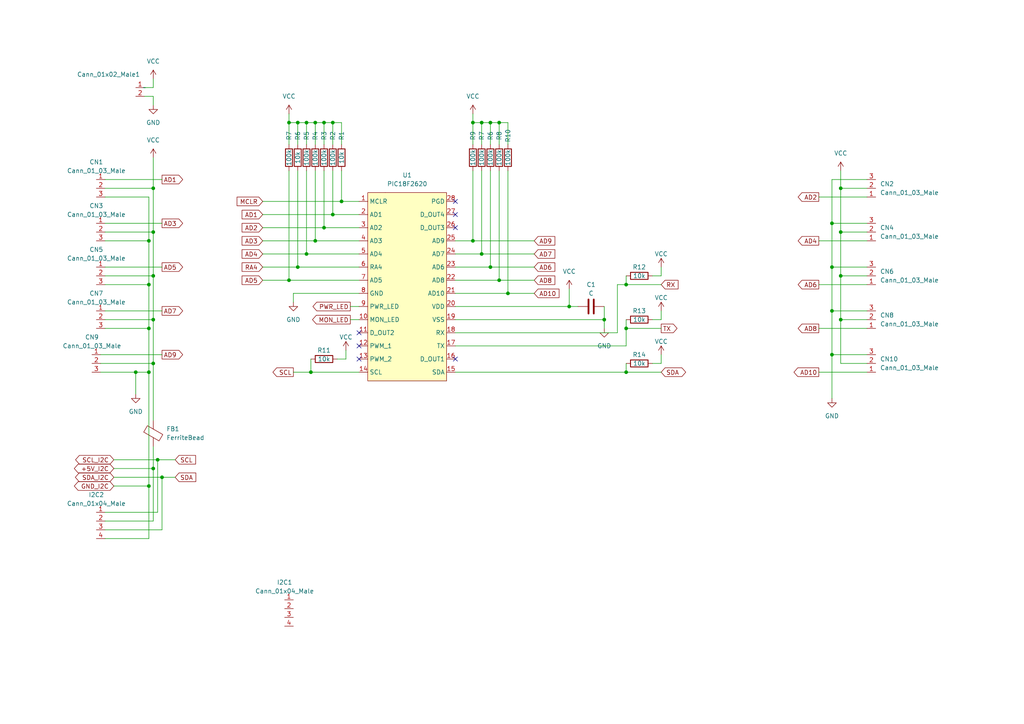
<source format=kicad_sch>
(kicad_sch (version 20230121) (generator eeschema)
  (paper "A4")
  (lib_symbols
    (symbol "Cann:Cann_01_03_Male"
      (property "Reference" "CN" (at 0 7.62 0))
      (property "Value" "Cann_01_03_Male" (at -0.0279 5.5963 0))
      (symbol "Cann_01_03_Male_1_1"
        (pin passive line (at 0 2.54 180) (length 2.54) (name "") (number "1"))
        (pin passive line (at 0 0 180) (length 2.54) (name "") (number "2"))
        (pin passive line (at 0 -2.54 180) (length 2.54) (name "") (number "3"))
      )
    )
    (symbol "Cann:Cann_01x02_Male"
      (property "Reference" "Cann_01x02_Male" (at 0 3.81 0))
      (symbol "Cann_01x02_Male_1_1"
        (pin passive line (at 0 0 180) (length 2.54) (name "") (number "1"))
        (pin passive line (at 0 -2.54 180) (length 2.54) (name "") (number "2"))
      )
    )
    (symbol "Cann:Cann_01x04_Male"
      (property "Reference" "I2C" (at 0 4.5175 0))
      (property "Value" "Cann_01x04_Male" (at -0.1457 2.7315 0))
      (symbol "Cann_01x04_Male_1_1"
        (pin passive line (at 0 0 180) (length 2.54) (name "") (number "1"))
        (pin passive line (at 0 -2.54 180) (length 2.54) (name "") (number "2"))
        (pin passive line (at 0 -5.08 180) (length 2.54) (name "") (number "3"))
        (pin passive line (at 0 -7.62 180) (length 2.54) (name "") (number "4"))
      )
    )
    (symbol "Device:C" (pin_numbers hide) (pin_names (offset 0.254))
      (property "Reference" "C" (at 0.635 2.54 0))
      (property "Value" "C" (at 0.635 -2.54 0))
      (symbol "C_0_1"
        (polyline (pts (xy -2.032 -0.762) (xy 2.032 -0.762)) (stroke (width 0.508)))
        (polyline (pts (xy -2.032 0.762) (xy 2.032 0.762)) (stroke (width 0.508)))
      )
      (symbol "C_1_1"
        (pin passive line (at 0 3.81 270) (length 2.794) (name "~") (number "1"))
        (pin passive line (at 0 -3.81 90) (length 2.794) (name "~") (number "2"))
      )
    )
    (symbol "Device:FerriteBead" (pin_numbers hide) (pin_names (offset 0))
      (property "Reference" "FB" (at -3.81 0.635 90))
      (property "Value" "FerriteBead" (at 3.81 0 90))
      (symbol "FerriteBead_0_1"
        (polyline (pts (xy 0 -1.27) (xy 0 -1.2192)))
        (polyline (pts (xy 0 1.27) (xy 0 1.2954)))
        (polyline (pts (xy -2.7686 0.4064) (xy -1.7018 2.2606) (xy 2.7686 -0.3048) (xy 1.6764 -2.159) (xy -2.7686 0.4064)))
      )
      (symbol "FerriteBead_1_1"
        (pin passive line (at 0 3.81 270) (length 2.54) (name "~") (number "1"))
        (pin passive line (at 0 -3.81 90) (length 2.54) (name "~") (number "2"))
      )
    )
    (symbol "Device:R" (pin_numbers hide) (pin_names (offset 0))
      (property "Reference" "R" (at 2.032 0 90))
      (property "Value" "R" (at 0 0 90))
      (symbol "R_0_1"
        (rectangle (start -1.016 -2.54) (end 1.016 2.54) (stroke (width 0.254)))
      )
      (symbol "R_1_1"
        (pin passive line (at 0 3.81 270) (length 1.27) (name "~") (number "1"))
        (pin passive line (at 0 -3.81 90) (length 1.27) (name "~") (number "2"))
      )
    )
    (symbol "PIC:PIC18F2620"
      (property "Reference" "U1" (at 0 30.48 0))
      (property "Value" "PIC18F2620" (at 0 27.94 0))
      (symbol "PIC18F2620_0_1"
        (rectangle (start -6.35 25.4) (end -6.35 25.4))
      )
      (symbol "PIC18F2620_1_1"
        (rectangle (start -11.43 25.4) (end 11.43 -29.21) (stroke (width 0) (color 132 0 0 1)) (fill (type background)))
        (pin passive line (at -13.97 22.86 0) (length 2.54) (name "MCLR") (number "1"))
        (pin passive line (at -13.97 -11.43 0) (length 2.54) (name "MON_LED") (number "10"))
        (pin passive line (at -13.97 -15.24 0) (length 2.54) (name "D_OUT2") (number "11"))
        (pin passive line (at -13.97 -19.05 0) (length 2.54) (name "PWM_1") (number "12"))
        (pin passive line (at -13.97 -22.86 0) (length 2.54) (name "PWM_2") (number "13"))
        (pin passive line (at -13.97 -26.67 0) (length 2.54) (name "SCL") (number "14"))
        (pin passive line (at 13.97 -26.67 180) (length 2.54) (name "SDA") (number "15"))
        (pin passive line (at 13.97 -22.86 180) (length 2.54) (name "D_OUT1") (number "16"))
        (pin passive line (at 13.97 -19.05 180) (length 2.54) (name "TX") (number "17"))
        (pin passive line (at 13.97 -15.24 180) (length 2.54) (name "RX") (number "18"))
        (pin passive line (at 13.97 -11.43 180) (length 2.54) (name "VSS") (number "19"))
        (pin passive line (at -13.97 19.05 0) (length 2.54) (name "AD1") (number "2"))
        (pin passive line (at 13.97 -7.62 180) (length 2.54) (name "VDD") (number "20"))
        (pin passive line (at 13.97 -3.81 180) (length 2.54) (name "AD10") (number "21"))
        (pin passive line (at 13.97 0 180) (length 2.54) (name "AD8") (number "22"))
        (pin passive line (at 13.97 3.81 180) (length 2.54) (name "AD6") (number "23"))
        (pin passive line (at 13.97 7.62 180) (length 2.54) (name "AD7") (number "24"))
        (pin passive line (at 13.97 11.43 180) (length 2.54) (name "AD9") (number "25"))
        (pin passive line (at 13.97 15.24 180) (length 2.54) (name "D_OUT3") (number "26"))
        (pin passive line (at 13.97 19.05 180) (length 2.54) (name "D_OUT4") (number "27"))
        (pin passive line (at 13.97 22.86 180) (length 2.54) (name "PGD") (number "28"))
        (pin passive line (at -13.97 15.24 0) (length 2.54) (name "AD2") (number "3"))
        (pin passive line (at -13.97 11.43 0) (length 2.54) (name "AD3") (number "4"))
        (pin passive line (at -13.97 7.62 0) (length 2.54) (name "AD4") (number "5"))
        (pin passive line (at -13.97 3.81 0) (length 2.54) (name "RA4") (number "6"))
        (pin passive line (at -13.97 0 0) (length 2.54) (name "AD5") (number "7"))
        (pin passive line (at -13.97 -3.81 0) (length 2.54) (name "GND") (number "8"))
        (pin passive line (at -13.97 -7.62 0) (length 2.54) (name "PWR_LED") (number "9"))
      )
    )
    (symbol "power:GND" (power) (pin_names (offset 0))
      (property "Value" "GND" (at 0 -3.81 0))
      (symbol "GND_0_1"
        (polyline (pts (xy 0 0) (xy 0 -1.27) (xy 1.27 -1.27) (xy 0 -2.54) (xy -1.27 -1.27) (xy 0 -1.27)))
      )
      (symbol "GND_1_1"
        (pin power_in line (at 0 0 270) (length 0) hide (name "GND") (number "1"))
      )
    )
    (symbol "power:VCC" (power) (pin_names (offset 0))
      (property "Value" "VCC" (at 0 3.81 0))
      (symbol "VCC_0_1"
        (polyline (pts (xy -0.762 1.27) (xy 0 2.54)))
        (polyline (pts (xy 0 0) (xy 0 2.54)))
        (polyline (pts (xy 0 2.54) (xy 0.762 1.27)))
      )
      (symbol "VCC_1_1"
        (pin power_in line (at 0 0 90) (length 0) hide (name "VCC") (number "1"))
      )
    )
  )
  (junction (at 93.98 66.04))
  (junction (at 175.26 92.71))
  (junction (at 86.36 35.56))
  (junction (at 241.3 77.47))
  (junction (at 142.24 35.56))
  (junction (at 44.45 135.89))
  (junction (at 43.18 82.55))
  (junction (at 44.45 54.61))
  (junction (at 181.61 95.25))
  (junction (at 39.37 107.95))
  (junction (at 93.98 35.56))
  (junction (at 243.84 92.71))
  (junction (at 46.99 138.43))
  (junction (at 91.44 35.56))
  (junction (at 139.7 35.56))
  (junction (at 43.18 140.97))
  (junction (at 144.78 35.56))
  (junction (at 91.44 69.85))
  (junction (at 241.3 64.77))
  (junction (at 181.61 82.55))
  (junction (at 83.82 35.56))
  (junction (at 165.1 88.9))
  (junction (at 144.78 81.28))
  (junction (at 243.84 67.31))
  (junction (at 44.45 105.41))
  (junction (at 45.72 133.35))
  (junction (at 241.3 102.87))
  (junction (at 43.18 107.95))
  (junction (at 241.3 90.17))
  (junction (at 99.06 58.42))
  (junction (at 243.84 80.01))
  (junction (at 139.7 73.66))
  (junction (at 43.18 69.85))
  (junction (at 96.52 62.23))
  (junction (at 83.82 81.28))
  (junction (at 147.32 85.09))
  (junction (at 142.24 77.47))
  (junction (at 43.18 95.25))
  (junction (at 86.36 77.47))
  (junction (at 181.61 107.95))
  (junction (at 44.45 80.01))
  (junction (at 88.9 73.66))
  (junction (at 137.16 69.85))
  (junction (at 88.9 35.56))
  (junction (at 90.17 107.95))
  (junction (at 137.16 35.56))
  (junction (at 96.52 35.56))
  (junction (at 44.45 92.71))
  (junction (at 243.84 54.61))
  (junction (at 44.45 67.31))
  (no_connect (at 104.14 104.14))
  (no_connect (at 132.08 66.04))
  (no_connect (at 132.08 104.14))
  (no_connect (at 132.08 58.42))
  (no_connect (at 104.14 100.33))
  (no_connect (at 132.08 62.23))
  (no_connect (at 104.14 96.52))
  (wire (pts (xy 91.44 49.53) (xy 91.44 69.85)))
  (wire (pts (xy 179.07 82.55) (xy 179.07 96.52)))
  (wire (pts (xy 142.24 35.56) (xy 142.24 41.91)))
  (wire (pts (xy 44.45 129.54) (xy 44.45 135.89)))
  (wire (pts (xy 165.1 88.9) (xy 132.08 88.9)))
  (wire (pts (xy 85.09 107.95) (xy 90.17 107.95)))
  (wire (pts (xy 30.48 80.01) (xy 44.45 80.01)))
  (wire (pts (xy 85.09 87.63) (xy 85.09 85.09)))
  (wire (pts (xy 132.08 81.28) (xy 144.78 81.28)))
  (wire (pts (xy 33.02 133.35) (xy 45.72 133.35)))
  (wire (pts (xy 93.98 49.53) (xy 93.98 66.04)))
  (wire (pts (xy 243.84 49.53) (xy 243.84 54.61)))
  (wire (pts (xy 44.45 25.4) (xy 41.91 25.4)))
  (wire (pts (xy 30.48 69.85) (xy 43.18 69.85)))
  (wire (pts (xy 100.33 104.14) (xy 100.33 101.6)))
  (wire (pts (xy 189.23 80.01) (xy 191.77 80.01)))
  (wire (pts (xy 41.91 27.94) (xy 44.45 27.94)))
  (wire (pts (xy 44.45 135.89) (xy 44.45 151.13)))
  (wire (pts (xy 30.48 64.77) (xy 46.99 64.77)))
  (wire (pts (xy 33.02 138.43) (xy 46.99 138.43)))
  (wire (pts (xy 30.48 57.15) (xy 43.18 57.15)))
  (wire (pts (xy 86.36 35.56) (xy 88.9 35.56)))
  (wire (pts (xy 101.6 92.71) (xy 104.14 92.71)))
  (wire (pts (xy 90.17 107.95) (xy 104.14 107.95)))
  (wire (pts (xy 44.45 92.71) (xy 44.45 105.41)))
  (wire (pts (xy 83.82 35.56) (xy 86.36 35.56)))
  (wire (pts (xy 29.21 105.41) (xy 44.45 105.41)))
  (wire (pts (xy 175.26 92.71) (xy 175.26 95.25)))
  (wire (pts (xy 237.49 69.85) (xy 251.46 69.85)))
  (wire (pts (xy 44.45 80.01) (xy 44.45 92.71)))
  (wire (pts (xy 175.26 92.71) (xy 175.26 88.9)))
  (wire (pts (xy 243.84 67.31) (xy 243.84 80.01)))
  (wire (pts (xy 43.18 156.21) (xy 30.48 156.21)))
  (wire (pts (xy 83.82 49.53) (xy 83.82 81.28)))
  (wire (pts (xy 44.45 22.86) (xy 44.45 25.4)))
  (wire (pts (xy 241.3 102.87) (xy 251.46 102.87)))
  (wire (pts (xy 83.82 81.28) (xy 104.14 81.28)))
  (wire (pts (xy 30.48 77.47) (xy 46.99 77.47)))
  (wire (pts (xy 88.9 35.56) (xy 88.9 41.91)))
  (wire (pts (xy 237.49 57.15) (xy 251.46 57.15)))
  (wire (pts (xy 90.17 104.14) (xy 90.17 107.95)))
  (wire (pts (xy 101.6 88.9) (xy 104.14 88.9)))
  (wire (pts (xy 191.77 80.01) (xy 191.77 77.47)))
  (wire (pts (xy 30.48 52.07) (xy 46.99 52.07)))
  (wire (pts (xy 132.08 69.85) (xy 137.16 69.85)))
  (wire (pts (xy 144.78 35.56) (xy 147.32 35.56)))
  (wire (pts (xy 167.64 88.9) (xy 165.1 88.9)))
  (wire (pts (xy 237.49 82.55) (xy 251.46 82.55)))
  (wire (pts (xy 241.3 77.47) (xy 251.46 77.47)))
  (wire (pts (xy 137.16 41.91) (xy 137.16 35.56)))
  (wire (pts (xy 137.16 49.53) (xy 137.16 69.85)))
  (wire (pts (xy 132.08 107.95) (xy 181.61 107.95)))
  (wire (pts (xy 76.2 77.47) (xy 86.36 77.47)))
  (wire (pts (xy 45.72 148.59) (xy 30.48 148.59)))
  (wire (pts (xy 76.2 62.23) (xy 96.52 62.23)))
  (wire (pts (xy 165.1 83.82) (xy 165.1 88.9)))
  (wire (pts (xy 46.99 138.43) (xy 50.8 138.43)))
  (wire (pts (xy 243.84 92.71) (xy 251.46 92.71)))
  (wire (pts (xy 43.18 69.85) (xy 43.18 82.55)))
  (wire (pts (xy 132.08 73.66) (xy 139.7 73.66)))
  (wire (pts (xy 241.3 64.77) (xy 251.46 64.77)))
  (wire (pts (xy 43.18 95.25) (xy 43.18 107.95)))
  (wire (pts (xy 91.44 35.56) (xy 91.44 41.91)))
  (wire (pts (xy 76.2 58.42) (xy 99.06 58.42)))
  (wire (pts (xy 30.48 95.25) (xy 43.18 95.25)))
  (wire (pts (xy 99.06 58.42) (xy 104.14 58.42)))
  (wire (pts (xy 76.2 66.04) (xy 93.98 66.04)))
  (wire (pts (xy 45.72 133.35) (xy 50.8 133.35)))
  (wire (pts (xy 181.61 105.41) (xy 181.61 107.95)))
  (wire (pts (xy 243.84 54.61) (xy 243.84 67.31)))
  (wire (pts (xy 144.78 35.56) (xy 144.78 41.91)))
  (wire (pts (xy 83.82 33.02) (xy 83.82 35.56)))
  (wire (pts (xy 83.82 41.91) (xy 83.82 35.56)))
  (wire (pts (xy 142.24 35.56) (xy 144.78 35.56)))
  (wire (pts (xy 96.52 35.56) (xy 96.52 41.91)))
  (wire (pts (xy 142.24 49.53) (xy 142.24 77.47)))
  (wire (pts (xy 241.3 64.77) (xy 241.3 77.47)))
  (wire (pts (xy 181.61 82.55) (xy 179.07 82.55)))
  (wire (pts (xy 43.18 140.97) (xy 43.18 156.21)))
  (wire (pts (xy 139.7 35.56) (xy 139.7 41.91)))
  (wire (pts (xy 86.36 77.47) (xy 104.14 77.47)))
  (wire (pts (xy 30.48 92.71) (xy 44.45 92.71)))
  (wire (pts (xy 44.45 105.41) (xy 44.45 121.92)))
  (wire (pts (xy 191.77 92.71) (xy 191.77 90.17)))
  (wire (pts (xy 137.16 69.85) (xy 154.94 69.85)))
  (wire (pts (xy 30.48 82.55) (xy 43.18 82.55)))
  (wire (pts (xy 43.18 107.95) (xy 43.18 140.97)))
  (wire (pts (xy 147.32 49.53) (xy 147.32 85.09)))
  (wire (pts (xy 46.99 138.43) (xy 46.99 153.67)))
  (wire (pts (xy 44.45 45.72) (xy 44.45 54.61)))
  (wire (pts (xy 147.32 85.09) (xy 154.94 85.09)))
  (wire (pts (xy 30.48 54.61) (xy 44.45 54.61)))
  (wire (pts (xy 93.98 35.56) (xy 96.52 35.56)))
  (wire (pts (xy 45.72 133.35) (xy 45.72 148.59)))
  (wire (pts (xy 33.02 140.97) (xy 43.18 140.97)))
  (wire (pts (xy 189.23 105.41) (xy 191.77 105.41)))
  (wire (pts (xy 88.9 73.66) (xy 104.14 73.66)))
  (wire (pts (xy 29.21 107.95) (xy 39.37 107.95)))
  (wire (pts (xy 93.98 35.56) (xy 93.98 41.91)))
  (wire (pts (xy 43.18 82.55) (xy 43.18 95.25)))
  (wire (pts (xy 241.3 52.07) (xy 241.3 64.77)))
  (wire (pts (xy 44.45 27.94) (xy 44.45 30.48)))
  (wire (pts (xy 241.3 90.17) (xy 241.3 102.87)))
  (wire (pts (xy 132.08 77.47) (xy 142.24 77.47)))
  (wire (pts (xy 39.37 107.95) (xy 43.18 107.95)))
  (wire (pts (xy 97.79 104.14) (xy 100.33 104.14)))
  (wire (pts (xy 181.61 95.25) (xy 191.77 95.25)))
  (wire (pts (xy 99.06 35.56) (xy 99.06 41.91)))
  (wire (pts (xy 99.06 49.53) (xy 99.06 58.42)))
  (wire (pts (xy 241.3 102.87) (xy 241.3 115.57)))
  (wire (pts (xy 76.2 73.66) (xy 88.9 73.66)))
  (wire (pts (xy 44.45 151.13) (xy 30.48 151.13)))
  (wire (pts (xy 251.46 52.07) (xy 241.3 52.07)))
  (wire (pts (xy 139.7 35.56) (xy 142.24 35.56)))
  (wire (pts (xy 91.44 69.85) (xy 104.14 69.85)))
  (wire (pts (xy 86.36 35.56) (xy 86.36 41.91)))
  (wire (pts (xy 30.48 90.17) (xy 46.99 90.17)))
  (wire (pts (xy 132.08 92.71) (xy 175.26 92.71)))
  (wire (pts (xy 96.52 35.56) (xy 99.06 35.56)))
  (wire (pts (xy 132.08 85.09) (xy 147.32 85.09)))
  (wire (pts (xy 179.07 96.52) (xy 132.08 96.52)))
  (wire (pts (xy 237.49 95.25) (xy 251.46 95.25)))
  (wire (pts (xy 46.99 153.67) (xy 30.48 153.67)))
  (wire (pts (xy 44.45 67.31) (xy 44.45 80.01)))
  (wire (pts (xy 181.61 82.55) (xy 191.77 82.55)))
  (wire (pts (xy 44.45 54.61) (xy 44.45 67.31)))
  (wire (pts (xy 96.52 49.53) (xy 96.52 62.23)))
  (wire (pts (xy 137.16 33.02) (xy 137.16 35.56)))
  (wire (pts (xy 39.37 107.95) (xy 39.37 114.3)))
  (wire (pts (xy 243.84 80.01) (xy 251.46 80.01)))
  (wire (pts (xy 251.46 105.41) (xy 243.84 105.41)))
  (wire (pts (xy 243.84 92.71) (xy 243.84 105.41)))
  (wire (pts (xy 137.16 35.56) (xy 139.7 35.56)))
  (wire (pts (xy 181.61 100.33) (xy 181.61 95.25)))
  (wire (pts (xy 181.61 80.01) (xy 181.61 82.55)))
  (wire (pts (xy 243.84 54.61) (xy 251.46 54.61)))
  (wire (pts (xy 181.61 107.95) (xy 191.77 107.95)))
  (wire (pts (xy 144.78 49.53) (xy 144.78 81.28)))
  (wire (pts (xy 181.61 92.71) (xy 181.61 95.25)))
  (wire (pts (xy 147.32 35.56) (xy 147.32 41.91)))
  (wire (pts (xy 243.84 67.31) (xy 251.46 67.31)))
  (wire (pts (xy 86.36 49.53) (xy 86.36 77.47)))
  (wire (pts (xy 241.3 90.17) (xy 251.46 90.17)))
  (wire (pts (xy 132.08 100.33) (xy 181.61 100.33)))
  (wire (pts (xy 33.02 135.89) (xy 44.45 135.89)))
  (wire (pts (xy 139.7 73.66) (xy 154.94 73.66)))
  (wire (pts (xy 191.77 105.41) (xy 191.77 102.87)))
  (wire (pts (xy 43.18 57.15) (xy 43.18 69.85)))
  (wire (pts (xy 91.44 35.56) (xy 93.98 35.56)))
  (wire (pts (xy 88.9 49.53) (xy 88.9 73.66)))
  (wire (pts (xy 29.21 102.87) (xy 46.99 102.87)))
  (wire (pts (xy 88.9 35.56) (xy 91.44 35.56)))
  (wire (pts (xy 93.98 66.04) (xy 104.14 66.04)))
  (wire (pts (xy 243.84 80.01) (xy 243.84 92.71)))
  (wire (pts (xy 76.2 81.28) (xy 83.82 81.28)))
  (wire (pts (xy 144.78 81.28) (xy 154.94 81.28)))
  (wire (pts (xy 76.2 69.85) (xy 91.44 69.85)))
  (wire (pts (xy 85.09 85.09) (xy 104.14 85.09)))
  (wire (pts (xy 189.23 92.71) (xy 191.77 92.71)))
  (wire (pts (xy 142.24 77.47) (xy 154.94 77.47)))
  (wire (pts (xy 237.49 107.95) (xy 251.46 107.95)))
  (wire (pts (xy 96.52 62.23) (xy 104.14 62.23)))
  (wire (pts (xy 139.7 49.53) (xy 139.7 73.66)))
  (wire (pts (xy 241.3 77.47) (xy 241.3 90.17)))
  (wire (pts (xy 30.48 67.31) (xy 44.45 67.31)))
  (global_label "GND_I2C" (shape bidirectional) (at 33.02 140.97 180) (property "Intersheetrefs" "${INTERSHEET_REFS}" (effects hide)))
  (global_label "RX" (shape input) (at 191.77 82.55 0) (property "Intersheetrefs" "${INTERSHEET_REFS}" (effects hide)))
  (global_label "AD1" (shape output) (at 46.99 52.07 0) (property "Intersheetrefs" "${INTERSHEET_REFS}" (effects hide)))
  (global_label "AD8" (shape output) (at 237.49 95.25 180) (property "Intersheetrefs" "${INTERSHEET_REFS}" (effects hide)))
  (global_label "AD7" (shape input) (at 154.94 73.66 0) (property "Intersheetrefs" "${INTERSHEET_REFS}" (effects hide)))
  (global_label "AD2" (shape output) (at 237.49 57.15 180) (property "Intersheetrefs" "${INTERSHEET_REFS}" (effects hide)))
  (global_label "AD7" (shape output) (at 46.99 90.17 0) (property "Intersheetrefs" "${INTERSHEET_REFS}" (effects hide)))
  (global_label "PWR_LED" (shape output) (at 101.6 88.9 180) (property "Intersheetrefs" "${INTERSHEET_REFS}" (effects hide)))
  (global_label "AD5" (shape output) (at 46.99 77.47 0) (property "Intersheetrefs" "${INTERSHEET_REFS}" (effects hide)))
  (global_label "AD3" (shape output) (at 46.99 64.77 0) (property "Intersheetrefs" "${INTERSHEET_REFS}" (effects hide)))
  (global_label "AD6" (shape output) (at 237.49 82.55 180) (property "Intersheetrefs" "${INTERSHEET_REFS}" (effects hide)))
  (global_label "MCLR" (shape input) (at 76.2 58.42 180) (property "Intersheetrefs" "${INTERSHEET_REFS}" (effects hide)))
  (global_label "SCL" (shape output) (at 85.09 107.95 180) (property "Intersheetrefs" "${INTERSHEET_REFS}" (effects hide)))
  (global_label "AD9" (shape input) (at 154.94 69.85 0) (property "Intersheetrefs" "${INTERSHEET_REFS}" (effects hide)))
  (global_label "AD10" (shape output) (at 237.49 107.95 180) (property "Intersheetrefs" "${INTERSHEET_REFS}" (effects hide)))
  (global_label "MON_LED" (shape output) (at 101.6 92.71 180) (property "Intersheetrefs" "${INTERSHEET_REFS}" (effects hide)))
  (global_label "AD2" (shape input) (at 76.2 66.04 180) (property "Intersheetrefs" "${INTERSHEET_REFS}" (effects hide)))
  (global_label "SDA_I2C" (shape bidirectional) (at 33.02 138.43 180) (property "Intersheetrefs" "${INTERSHEET_REFS}" (effects hide)))
  (global_label "SCL_I2C" (shape bidirectional) (at 33.02 133.35 180) (property "Intersheetrefs" "${INTERSHEET_REFS}" (effects hide)))
  (global_label "AD9" (shape output) (at 46.99 102.87 0) (property "Intersheetrefs" "${INTERSHEET_REFS}" (effects hide)))
  (global_label "+5V_I2C" (shape bidirectional) (at 33.02 135.89 180) (property "Intersheetrefs" "${INTERSHEET_REFS}" (effects hide)))
  (global_label "AD6" (shape input) (at 154.94 77.47 0) (property "Intersheetrefs" "${INTERSHEET_REFS}" (effects hide)))
  (global_label "AD4" (shape input) (at 76.2 73.66 180) (property "Intersheetrefs" "${INTERSHEET_REFS}" (effects hide)))
  (global_label "AD5" (shape input) (at 76.2 81.28 180) (property "Intersheetrefs" "${INTERSHEET_REFS}" (effects hide)))
  (global_label "TX" (shape output) (at 191.77 95.25 0) (property "Intersheetrefs" "${INTERSHEET_REFS}" (effects hide)))
  (global_label "RA4" (shape input) (at 76.2 77.47 180) (property "Intersheetrefs" "${INTERSHEET_REFS}" (effects hide)))
  (global_label "AD8" (shape input) (at 154.94 81.28 0) (property "Intersheetrefs" "${INTERSHEET_REFS}" (effects hide)))
  (global_label "AD1" (shape input) (at 76.2 62.23 180) (property "Intersheetrefs" "${INTERSHEET_REFS}" (effects hide)))
  (global_label "AD10" (shape input) (at 154.94 85.09 0) (property "Intersheetrefs" "${INTERSHEET_REFS}" (effects hide)))
  (global_label "AD4" (shape output) (at 237.49 69.85 180) (property "Intersheetrefs" "${INTERSHEET_REFS}" (effects hide)))
  (global_label "SDA" (shape input) (at 50.8 138.43 0) (property "Intersheetrefs" "${INTERSHEET_REFS}" (effects hide)))
  (global_label "SDA" (shape bidirectional) (at 191.77 107.95 0) (property "Intersheetrefs" "${INTERSHEET_REFS}" (effects hide)))
  (global_label "AD3" (shape input) (at 76.2 69.85 180) (property "Intersheetrefs" "${INTERSHEET_REFS}" (effects hide)))
  (global_label "SCL" (shape input) (at 50.8 133.35 0) (property "Intersheetrefs" "${INTERSHEET_REFS}" (effects hide)))
  (symbol (lib_id "Cann:Cann_01x02_Male") (at 41.91 25.4 0) (unit 1)
    (property "Reference" "Cann_01x02_Male1" (at 40.64 21.59 0) (effects (justify right)))
    (property "Value" "~" (at 41.91 25.4 0))
  )
  (symbol (lib_id "Device:R") (at 96.52 45.72 180) (unit 1)
    (property "Reference" "R2" (at 96.52 39.37 90))
    (property "Value" "100k" (at 96.52 45.72 90))
  )
  (symbol (lib_id "power:GND") (at 44.45 30.48 0) (unit 1)
    (property "Reference" "#PWR02" (effects hide))
    (property "Value" "GND" (at 44.45 35.56 0))
  )
  (symbol (lib_id "Device:R") (at 144.78 45.72 180) (unit 1)
    (property "Reference" "R8" (at 144.78 39.37 90))
    (property "Value" "100k" (at 144.78 45.72 90))
  )
  (symbol (lib_id "Cann:Cann_01x04_Male") (at 85.09 173.99 0) (unit 1)
    (property "Reference" "I2C1" (at 82.55 168.91 0))
    (property "Value" "Cann_01x04_Male" (at 82.55 171.45 0))
  )
  (symbol (lib_id "power:GND") (at 241.3 115.57 0) (unit 1)
    (property "Reference" "#PWR05" (effects hide))
    (property "Value" "GND" (at 241.3 120.65 0))
  )
  (symbol (lib_id "power:GND") (at 39.37 114.3 0) (unit 1)
    (property "Reference" "#PWR04" (effects hide))
    (property "Value" "GND" (at 39.37 119.38 0))
  )
  (symbol (lib_id "Device:R") (at 93.98 45.72 180) (unit 1)
    (property "Reference" "R3" (at 93.98 39.37 90))
    (property "Value" "100k" (at 93.98 45.72 90))
  )
  (symbol (lib_id "power:VCC") (at 137.16 33.02 0) (unit 1)
    (property "Reference" "#PWR010" (effects hide))
    (property "Value" "VCC" (at 137.16 27.94 0))
  )
  (symbol (lib_id "Cann:Cann_01_03_Male") (at 30.48 67.31 0) (unit 1)
    (property "Reference" "CN3" (at 27.94 59.69 0))
    (property "Value" "Cann_01_03_Male" (at 27.94 62.23 0))
  )
  (symbol (lib_id "power:VCC") (at 191.77 102.87 0) (unit 1)
    (property "Reference" "#PWR015" (effects hide))
    (property "Value" "VCC" (at 191.77 99.06 0))
  )
  (symbol (lib_id "Device:R") (at 137.16 45.72 180) (unit 1)
    (property "Reference" "R9" (at 137.16 39.37 90))
    (property "Value" "100k" (at 137.16 45.72 90))
  )
  (symbol (lib_id "power:VCC") (at 44.45 22.86 0) (mirror y) (unit 1)
    (property "Reference" "#PWR01" (effects hide))
    (property "Value" "VCC" (at 44.45 17.78 0))
  )
  (symbol (lib_id "Device:R") (at 83.82 45.72 180) (unit 1)
    (property "Reference" "R7" (at 83.82 39.37 90))
    (property "Value" "100k" (at 83.82 45.72 90))
  )
  (symbol (lib_id "Device:R") (at 86.36 45.72 180) (unit 1)
    (property "Reference" "R6" (at 86.36 39.37 90))
    (property "Value" "10k" (at 86.36 45.72 90))
  )
  (symbol (lib_id "Device:R") (at 88.9 45.72 180) (unit 1)
    (property "Reference" "R5" (at 88.9 39.37 90))
    (property "Value" "100k" (at 88.9 45.72 90))
  )
  (symbol (lib_id "Device:R") (at 99.06 45.72 180) (unit 1)
    (property "Reference" "R1" (at 99.06 39.37 90))
    (property "Value" "10k" (at 99.06 45.72 90))
  )
  (symbol (lib_id "Device:C") (at 171.45 88.9 90) (unit 1)
    (property "Reference" "C1" (at 171.45 82.55 90))
    (property "Value" "C" (at 171.45 85.09 90))
  )
  (symbol (lib_id "Device:R") (at 147.32 45.72 180) (unit 1)
    (property "Reference" "R10" (at 147.32 39.37 90))
    (property "Value" "100k" (at 147.32 45.72 90))
  )
  (symbol (lib_id "Cann:Cann_01_03_Male") (at 29.21 105.41 0) (unit 1)
    (property "Reference" "CN9" (at 26.67 97.79 0))
    (property "Value" "Cann_01_03_Male" (at 26.67 100.33 0))
  )
  (symbol (lib_id "PIC:PIC18F2620") (at 118.11 81.28 0) (unit 1)
    (property "Reference" "U1" (at 118.11 50.8 0))
    (property "Value" "PIC18F2620" (at 118.11 53.34 0))
  )
  (symbol (lib_id "power:VCC") (at 191.77 90.17 0) (unit 1)
    (property "Reference" "#PWR014" (effects hide))
    (property "Value" "VCC" (at 191.77 86.36 0))
  )
  (symbol (lib_id "Device:R") (at 93.98 104.14 90) (unit 1)
    (property "Reference" "R11" (at 93.98 101.6 90))
    (property "Value" "10k" (at 93.98 104.14 90))
  )
  (symbol (lib_id "Cann:Cann_01_03_Male") (at 251.46 105.41 180) (unit 1)
    (property "Reference" "CN10" (at 255.27 104.14 0) (effects (justify right)))
    (property "Value" "Cann_01_03_Male" (at 255.27 106.68 0) (effects (justify right)))
  )
  (symbol (lib_id "Device:R") (at 142.24 45.72 180) (unit 1)
    (property "Reference" "R6" (at 142.24 39.37 90))
    (property "Value" "100k" (at 142.24 45.72 90))
  )
  (symbol (lib_id "Device:R") (at 185.42 105.41 90) (unit 1)
    (property "Reference" "R14" (at 185.42 102.87 90))
    (property "Value" "10k" (at 185.42 105.41 90))
  )
  (symbol (lib_id "Cann:Cann_01_03_Male") (at 30.48 54.61 0) (unit 1)
    (property "Reference" "CN1" (at 27.94 46.99 0))
    (property "Value" "Cann_01_03_Male" (at 27.94 49.53 0))
  )
  (symbol (lib_id "Device:R") (at 185.42 80.01 90) (unit 1)
    (property "Reference" "R12" (at 185.42 77.47 90))
    (property "Value" "10k" (at 185.42 80.01 90))
  )
  (symbol (lib_id "Device:R") (at 185.42 92.71 90) (unit 1)
    (property "Reference" "R13" (at 185.42 90.17 90))
    (property "Value" "10k" (at 185.42 92.71 90))
  )
  (symbol (lib_id "power:VCC") (at 83.82 33.02 0) (unit 1)
    (property "Reference" "#PWR07" (effects hide))
    (property "Value" "VCC" (at 83.82 27.94 0))
  )
  (symbol (lib_id "Cann:Cann_01_03_Male") (at 251.46 67.31 180) (unit 1)
    (property "Reference" "CN4" (at 255.27 66.04 0) (effects (justify right)))
    (property "Value" "Cann_01_03_Male" (at 255.27 68.58 0) (effects (justify right)))
  )
  (symbol (lib_id "Device:R") (at 91.44 45.72 180) (unit 1)
    (property "Reference" "R4" (at 91.44 39.37 90))
    (property "Value" "100k" (at 91.44 45.72 90))
  )
  (symbol (lib_id "Device:FerriteBead") (at 44.45 125.73 0) (unit 1)
    (property "Reference" "FB1" (at 48.26 124.4092 0) (effects (justify left)))
    (property "Value" "FerriteBead" (at 48.26 126.9492 0) (effects (justify left)))
  )
  (symbol (lib_id "power:VCC") (at 243.84 49.53 0) (unit 1)
    (property "Reference" "#PWR06" (effects hide))
    (property "Value" "VCC" (at 243.84 44.45 0))
  )
  (symbol (lib_id "Cann:Cann_01_03_Male") (at 251.46 92.71 180) (unit 1)
    (property "Reference" "CN8" (at 255.27 91.44 0) (effects (justify right)))
    (property "Value" "Cann_01_03_Male" (at 255.27 93.98 0) (effects (justify right)))
  )
  (symbol (lib_id "power:VCC") (at 100.33 101.6 0) (unit 1)
    (property "Reference" "#PWR08" (effects hide))
    (property "Value" "VCC" (at 100.33 97.79 0))
  )
  (symbol (lib_id "power:GND") (at 85.09 87.63 0) (unit 1)
    (property "Reference" "#PWR09" (effects hide))
    (property "Value" "GND" (at 85.09 92.71 0))
  )
  (symbol (lib_id "Device:R") (at 139.7 45.72 180) (unit 1)
    (property "Reference" "R7" (at 139.7 39.37 90))
    (property "Value" "100k" (at 139.7 45.72 90))
  )
  (symbol (lib_id "Cann:Cann_01_03_Male") (at 30.48 80.01 0) (unit 1)
    (property "Reference" "CN5" (at 27.94 72.39 0))
    (property "Value" "Cann_01_03_Male" (at 27.94 74.93 0))
  )
  (symbol (lib_id "power:VCC") (at 165.1 83.82 0) (unit 1)
    (property "Reference" "#PWR011" (effects hide))
    (property "Value" "VCC" (at 165.1 78.74 0))
  )
  (symbol (lib_id "Cann:Cann_01_03_Male") (at 30.48 92.71 0) (unit 1)
    (property "Reference" "CN7" (at 27.94 85.09 0))
    (property "Value" "Cann_01_03_Male" (at 27.94 87.63 0))
  )
  (symbol (lib_id "power:VCC") (at 44.45 45.72 0) (mirror y) (unit 1)
    (property "Reference" "#PWR03" (effects hide))
    (property "Value" "VCC" (at 44.45 40.64 0))
  )
  (symbol (lib_id "Cann:Cann_01_03_Male") (at 251.46 80.01 180) (unit 1)
    (property "Reference" "CN6" (at 255.27 78.74 0) (effects (justify right)))
    (property "Value" "Cann_01_03_Male" (at 255.27 81.28 0) (effects (justify right)))
  )
  (symbol (lib_id "Cann:Cann_01_03_Male") (at 251.46 54.61 180) (unit 1)
    (property "Reference" "CN2" (at 255.27 53.34 0) (effects (justify right)))
    (property "Value" "Cann_01_03_Male" (at 255.27 55.88 0) (effects (justify right)))
  )
  (symbol (lib_id "power:GND") (at 175.26 95.25 0) (unit 1)
    (property "Reference" "#PWR012" (effects hide))
    (property "Value" "GND" (at 175.26 100.33 0))
  )
  (symbol (lib_id "Cann:Cann_01x04_Male") (at 30.48 148.59 0) (unit 1)
    (property "Reference" "I2C2" (at 27.94 143.51 0))
    (property "Value" "Cann_01x04_Male" (at 27.94 146.05 0))
  )
  (symbol (lib_id "power:VCC") (at 191.77 77.47 0) (unit 1)
    (property "Reference" "#PWR013" (effects hide))
    (property "Value" "VCC" (at 191.77 73.66 0))
  )
)
</source>
